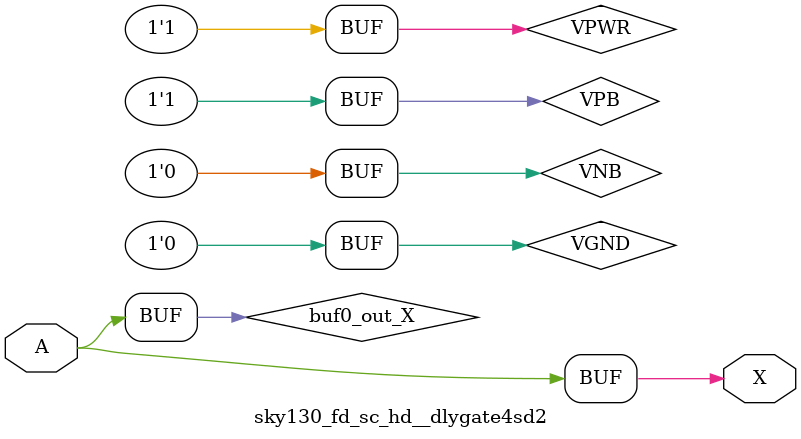
<source format=v>
/*
 * Copyright 2020 The SkyWater PDK Authors
 *
 * Licensed under the Apache License, Version 2.0 (the "License");
 * you may not use this file except in compliance with the License.
 * You may obtain a copy of the License at
 *
 *     https://www.apache.org/licenses/LICENSE-2.0
 *
 * Unless required by applicable law or agreed to in writing, software
 * distributed under the License is distributed on an "AS IS" BASIS,
 * WITHOUT WARRANTIES OR CONDITIONS OF ANY KIND, either express or implied.
 * See the License for the specific language governing permissions and
 * limitations under the License.
 *
 * SPDX-License-Identifier: Apache-2.0
*/


`ifndef SKY130_FD_SC_HD__DLYGATE4SD2_TIMING_V
`define SKY130_FD_SC_HD__DLYGATE4SD2_TIMING_V

/**
 * dlygate4sd2: Delay Buffer 4-stage 0.18um length inner stage gates.
 *
 * Verilog simulation timing model.
 */

`timescale 1ns / 1ps
`default_nettype none

`celldefine
module sky130_fd_sc_hd__dlygate4sd2 (
    X,
    A
);

    // Module ports
    output X;
    input  A;

    // Module supplies
    supply1 VPWR;
    supply0 VGND;
    supply1 VPB ;
    supply0 VNB ;

    // Local signals
    wire buf0_out_X;

    //  Name  Output      Other arguments
    buf buf0 (buf0_out_X, A              );
    buf buf1 (X         , buf0_out_X     );

endmodule
`endcelldefine

`default_nettype wire
`endif  // SKY130_FD_SC_HD__DLYGATE4SD2_TIMING_V

</source>
